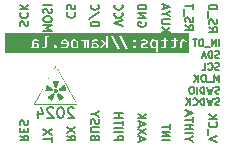
<source format=gbr>
%TF.GenerationSoftware,KiCad,Pcbnew,8.0.0-rc2-74-g5f063dd458*%
%TF.CreationDate,2024-01-29T02:33:14+02:00*%
%TF.ProjectId,SamoMCU,53616d6f-4d43-4552-9e6b-696361645f70,rev?*%
%TF.SameCoordinates,Original*%
%TF.FileFunction,Legend,Bot*%
%TF.FilePolarity,Positive*%
%FSLAX46Y46*%
G04 Gerber Fmt 4.6, Leading zero omitted, Abs format (unit mm)*
G04 Created by KiCad (PCBNEW 8.0.0-rc2-74-g5f063dd458) date 2024-01-29 02:33:14*
%MOMM*%
%LPD*%
G01*
G04 APERTURE LIST*
%ADD10C,0.000000*%
%ADD11C,0.150000*%
%ADD12C,0.250000*%
G04 APERTURE END LIST*
D10*
G36*
X165112619Y-48272827D02*
G01*
X165179117Y-48276300D01*
X165207784Y-48278904D01*
X165232302Y-48282088D01*
X165251848Y-48285850D01*
X165265602Y-48290191D01*
X165267793Y-48291451D01*
X165269736Y-48293247D01*
X165271431Y-48295577D01*
X165272878Y-48298438D01*
X165274077Y-48301829D01*
X165275028Y-48305748D01*
X165275731Y-48310192D01*
X165276185Y-48315161D01*
X165276392Y-48320651D01*
X165276351Y-48326661D01*
X165275524Y-48340234D01*
X165273705Y-48355864D01*
X165270894Y-48373534D01*
X165267090Y-48393231D01*
X165262295Y-48414937D01*
X165256507Y-48438639D01*
X165249727Y-48464319D01*
X165241955Y-48491964D01*
X165233191Y-48521556D01*
X165223434Y-48553081D01*
X165212685Y-48586524D01*
X165185132Y-48672589D01*
X165162249Y-48739266D01*
X165152056Y-48766095D01*
X165142426Y-48788992D01*
X165133158Y-48808261D01*
X165124050Y-48824208D01*
X165114901Y-48837136D01*
X165105509Y-48847352D01*
X165095672Y-48855159D01*
X165085189Y-48860864D01*
X165073859Y-48864770D01*
X165061480Y-48867182D01*
X165047851Y-48868406D01*
X165032769Y-48868746D01*
X165018268Y-48868407D01*
X165011515Y-48867926D01*
X165005063Y-48867189D01*
X164998888Y-48866157D01*
X164992965Y-48864793D01*
X164987271Y-48863059D01*
X164981781Y-48860919D01*
X164976473Y-48858334D01*
X164971321Y-48855267D01*
X164966303Y-48851681D01*
X164961393Y-48847538D01*
X164956569Y-48842801D01*
X164951806Y-48837432D01*
X164947081Y-48831394D01*
X164942369Y-48824649D01*
X164937647Y-48817160D01*
X164932891Y-48808889D01*
X164928077Y-48799800D01*
X164923180Y-48789853D01*
X164918178Y-48779013D01*
X164913046Y-48767242D01*
X164907760Y-48754501D01*
X164902296Y-48740754D01*
X164890740Y-48710091D01*
X164878187Y-48674953D01*
X164864446Y-48635039D01*
X164849324Y-48590052D01*
X164823493Y-48509884D01*
X164804070Y-48445468D01*
X164796696Y-48418611D01*
X164790847Y-48395025D01*
X164786497Y-48374488D01*
X164783620Y-48356777D01*
X164782189Y-48341671D01*
X164782179Y-48328948D01*
X164783565Y-48318384D01*
X164786320Y-48309759D01*
X164790419Y-48302849D01*
X164795836Y-48297432D01*
X164802544Y-48293287D01*
X164810519Y-48290191D01*
X164824893Y-48285850D01*
X164844977Y-48282088D01*
X164869949Y-48278904D01*
X164898989Y-48276300D01*
X164965982Y-48272827D01*
X165039383Y-48271670D01*
X165112619Y-48272827D01*
G37*
G36*
X162840000Y-45960000D02*
G01*
X160760000Y-45960000D01*
X160760000Y-44270000D01*
X162840000Y-44270000D01*
X162840000Y-45960000D01*
G37*
G36*
X164324985Y-48625565D02*
G01*
X164326888Y-48626265D01*
X164332436Y-48629009D01*
X164340196Y-48633468D01*
X164350034Y-48639551D01*
X164375403Y-48656211D01*
X164407470Y-48678246D01*
X164445160Y-48704911D01*
X164487397Y-48735462D01*
X164533106Y-48769155D01*
X164581213Y-48805246D01*
X164647738Y-48857108D01*
X164675572Y-48879575D01*
X164700000Y-48900000D01*
X164721183Y-48918585D01*
X164739281Y-48935533D01*
X164754454Y-48951043D01*
X164766862Y-48965319D01*
X164776666Y-48978561D01*
X164784026Y-48990971D01*
X164789101Y-49002751D01*
X164790833Y-49008467D01*
X164792053Y-49014101D01*
X164792782Y-49019679D01*
X164793041Y-49025225D01*
X164792225Y-49036322D01*
X164789766Y-49047595D01*
X164785824Y-49059246D01*
X164783792Y-49065356D01*
X164781634Y-49071126D01*
X164779310Y-49076569D01*
X164776778Y-49081694D01*
X164773994Y-49086515D01*
X164770918Y-49091043D01*
X164767508Y-49095288D01*
X164763721Y-49099264D01*
X164759515Y-49102982D01*
X164754849Y-49106452D01*
X164749680Y-49109688D01*
X164743967Y-49112700D01*
X164737667Y-49115500D01*
X164730738Y-49118100D01*
X164723139Y-49120512D01*
X164714828Y-49122746D01*
X164705762Y-49124815D01*
X164695900Y-49126730D01*
X164685199Y-49128504D01*
X164673618Y-49130146D01*
X164661114Y-49131670D01*
X164647646Y-49133087D01*
X164633172Y-49134408D01*
X164617649Y-49135645D01*
X164583290Y-49137913D01*
X164544234Y-49139985D01*
X164500144Y-49141954D01*
X164450686Y-49143913D01*
X164140241Y-49154496D01*
X164164936Y-49013385D01*
X164169819Y-48984532D01*
X164176387Y-48953881D01*
X164184423Y-48921949D01*
X164193709Y-48889251D01*
X164204029Y-48856306D01*
X164215165Y-48823629D01*
X164226901Y-48791738D01*
X164239019Y-48761149D01*
X164251302Y-48732379D01*
X164263534Y-48705945D01*
X164275497Y-48682363D01*
X164286975Y-48662151D01*
X164297749Y-48645824D01*
X164307604Y-48633901D01*
X164312119Y-48629752D01*
X164316322Y-48626897D01*
X164320187Y-48625401D01*
X164323686Y-48625329D01*
X164324985Y-48625565D01*
G37*
G36*
X166860158Y-50283385D02*
G01*
X166858439Y-50285028D01*
X166852034Y-50286648D01*
X166825597Y-50289814D01*
X166721251Y-50295787D01*
X166554068Y-50301182D01*
X166330991Y-50305875D01*
X165744939Y-50312654D01*
X165018658Y-50315135D01*
X163708529Y-50310725D01*
X163309615Y-50306205D01*
X163163046Y-50301024D01*
X163182540Y-50265746D01*
X163233602Y-50265746D01*
X163270079Y-50268378D01*
X163374603Y-50270927D01*
X163758359Y-50275447D01*
X164326001Y-50278645D01*
X165018658Y-50279857D01*
X165711590Y-50277377D01*
X166275870Y-50270597D01*
X166654279Y-50260509D01*
X166755902Y-50254536D01*
X166789602Y-50248107D01*
X166494867Y-49705546D01*
X165886932Y-48619597D01*
X165284950Y-47556799D01*
X165008074Y-47083691D01*
X164986356Y-47118638D01*
X164931566Y-47213777D01*
X164737317Y-47558177D01*
X164112019Y-48678246D01*
X163491571Y-49794788D01*
X163233602Y-50265746D01*
X163182540Y-50265746D01*
X164080710Y-48640323D01*
X165011602Y-46974329D01*
X165031639Y-47005445D01*
X165086568Y-47099565D01*
X165285887Y-47449697D01*
X165579133Y-47970486D01*
X165935880Y-48607690D01*
X166840699Y-50248107D01*
X166860158Y-50283385D01*
G37*
G36*
X164838484Y-49331571D02*
G01*
X164848291Y-49334551D01*
X164857705Y-49339060D01*
X164866963Y-49344996D01*
X164874001Y-49350224D01*
X164880563Y-49355359D01*
X164886646Y-49360453D01*
X164892250Y-49365556D01*
X164897374Y-49370722D01*
X164902015Y-49376002D01*
X164906174Y-49381447D01*
X164909848Y-49387109D01*
X164913036Y-49393040D01*
X164915737Y-49399291D01*
X164917950Y-49405914D01*
X164919673Y-49412961D01*
X164920906Y-49420483D01*
X164921646Y-49428533D01*
X164921892Y-49437161D01*
X164921644Y-49446420D01*
X164920900Y-49456361D01*
X164919658Y-49467035D01*
X164917917Y-49478495D01*
X164915677Y-49490793D01*
X164912935Y-49503979D01*
X164909691Y-49518105D01*
X164905943Y-49533224D01*
X164901690Y-49549387D01*
X164896930Y-49566645D01*
X164891663Y-49585050D01*
X164879600Y-49625509D01*
X164865490Y-49671178D01*
X164849324Y-49722468D01*
X164828943Y-49782406D01*
X164819295Y-49808796D01*
X164809968Y-49832877D01*
X164800929Y-49854704D01*
X164792150Y-49874335D01*
X164783597Y-49891827D01*
X164775241Y-49907236D01*
X164767050Y-49920619D01*
X164758994Y-49932034D01*
X164751041Y-49941536D01*
X164743160Y-49949183D01*
X164735321Y-49955032D01*
X164727492Y-49959140D01*
X164719642Y-49961562D01*
X164711741Y-49962357D01*
X164704831Y-49961768D01*
X164696728Y-49960044D01*
X164677297Y-49953441D01*
X164654155Y-49943056D01*
X164628011Y-49929395D01*
X164599573Y-49912963D01*
X164569548Y-49894268D01*
X164538645Y-49873817D01*
X164507571Y-49852114D01*
X164477034Y-49829668D01*
X164447743Y-49806983D01*
X164420406Y-49784568D01*
X164395729Y-49762928D01*
X164374422Y-49742569D01*
X164357192Y-49723998D01*
X164344748Y-49707721D01*
X164340541Y-49700602D01*
X164337797Y-49694246D01*
X164337453Y-49692037D01*
X164337736Y-49689388D01*
X164338632Y-49686313D01*
X164340125Y-49682829D01*
X164342203Y-49678949D01*
X164344850Y-49674689D01*
X164351797Y-49665087D01*
X164360853Y-49654141D01*
X164371903Y-49641970D01*
X164384834Y-49628694D01*
X164399533Y-49614430D01*
X164415885Y-49599298D01*
X164433777Y-49583417D01*
X164453095Y-49566906D01*
X164473726Y-49549883D01*
X164495556Y-49532467D01*
X164518471Y-49514777D01*
X164542358Y-49496933D01*
X164567102Y-49479052D01*
X164636707Y-49429305D01*
X164666522Y-49408637D01*
X164693330Y-49390637D01*
X164717369Y-49375199D01*
X164738875Y-49362222D01*
X164758086Y-49351600D01*
X164775241Y-49343232D01*
X164790577Y-49337014D01*
X164804331Y-49332842D01*
X164816742Y-49330613D01*
X164828048Y-49330224D01*
X164838484Y-49331571D01*
G37*
G36*
X165083212Y-48983491D02*
G01*
X165093410Y-48984859D01*
X165103324Y-48986651D01*
X165112908Y-48988871D01*
X165122114Y-48991527D01*
X165130896Y-48994622D01*
X165139208Y-48998164D01*
X165147004Y-49002159D01*
X165154236Y-49006611D01*
X165160858Y-49011527D01*
X165166824Y-49016913D01*
X165177001Y-49028126D01*
X165185732Y-49039891D01*
X165193058Y-49052140D01*
X165199022Y-49064806D01*
X165203666Y-49077821D01*
X165207031Y-49091118D01*
X165209160Y-49104627D01*
X165210095Y-49118281D01*
X165209877Y-49132013D01*
X165208549Y-49145755D01*
X165206152Y-49159439D01*
X165202729Y-49172996D01*
X165198322Y-49186360D01*
X165192972Y-49199462D01*
X165186721Y-49212235D01*
X165179613Y-49224611D01*
X165171687Y-49236521D01*
X165162987Y-49247899D01*
X165153555Y-49258676D01*
X165143432Y-49268784D01*
X165132661Y-49278156D01*
X165121283Y-49286723D01*
X165109340Y-49294419D01*
X165096875Y-49301175D01*
X165083929Y-49306923D01*
X165070545Y-49311595D01*
X165056764Y-49315124D01*
X165042629Y-49317442D01*
X165028180Y-49318481D01*
X165013462Y-49318173D01*
X164998514Y-49316451D01*
X164983380Y-49313246D01*
X164973925Y-49310575D01*
X164964751Y-49307213D01*
X164955871Y-49303193D01*
X164947296Y-49298549D01*
X164939039Y-49293313D01*
X164931112Y-49287519D01*
X164923527Y-49281198D01*
X164916297Y-49274385D01*
X164909434Y-49267112D01*
X164902950Y-49259412D01*
X164896857Y-49251318D01*
X164891169Y-49242863D01*
X164885896Y-49234079D01*
X164881051Y-49225001D01*
X164876647Y-49215660D01*
X164872696Y-49206090D01*
X164869210Y-49196323D01*
X164866201Y-49186393D01*
X164863682Y-49176333D01*
X164861665Y-49166175D01*
X164860162Y-49155952D01*
X164859185Y-49145698D01*
X164858747Y-49135445D01*
X164858860Y-49125227D01*
X164859537Y-49115075D01*
X164860789Y-49105024D01*
X164862629Y-49095105D01*
X164865068Y-49085353D01*
X164868121Y-49075800D01*
X164871798Y-49066478D01*
X164876111Y-49057422D01*
X164881074Y-49048663D01*
X164885759Y-49042194D01*
X164891182Y-49036020D01*
X164897298Y-49030147D01*
X164904060Y-49024582D01*
X164911421Y-49019328D01*
X164919336Y-49014394D01*
X164927756Y-49009783D01*
X164936637Y-49005503D01*
X164945931Y-49001558D01*
X164955592Y-48997955D01*
X164975828Y-48991798D01*
X164996974Y-48987077D01*
X165018658Y-48983840D01*
X165040507Y-48982132D01*
X165062149Y-48982000D01*
X165083212Y-48983491D01*
G37*
G36*
X165246362Y-49329486D02*
G01*
X165252490Y-49330177D01*
X165258876Y-49331314D01*
X165265547Y-49332911D01*
X165272528Y-49334977D01*
X165279844Y-49337525D01*
X165287522Y-49340567D01*
X165295588Y-49344114D01*
X165304068Y-49348178D01*
X165312986Y-49352770D01*
X165322370Y-49357902D01*
X165332244Y-49363586D01*
X165353569Y-49376655D01*
X165377168Y-49392070D01*
X165403248Y-49409924D01*
X165432014Y-49430311D01*
X165463675Y-49453322D01*
X165498436Y-49479052D01*
X165544993Y-49514803D01*
X165585472Y-49546948D01*
X165619917Y-49575930D01*
X165634888Y-49589373D01*
X165648366Y-49602193D01*
X165660356Y-49614445D01*
X165670863Y-49626183D01*
X165679891Y-49637464D01*
X165687447Y-49648344D01*
X165693536Y-49658877D01*
X165698162Y-49669119D01*
X165701330Y-49679127D01*
X165703047Y-49688955D01*
X165703316Y-49698658D01*
X165702144Y-49708294D01*
X165699535Y-49717916D01*
X165695495Y-49727581D01*
X165690028Y-49737344D01*
X165683141Y-49747261D01*
X165674837Y-49757387D01*
X165665123Y-49767778D01*
X165654003Y-49778490D01*
X165641483Y-49789577D01*
X165612261Y-49813102D01*
X165577500Y-49838797D01*
X165537241Y-49867107D01*
X165500886Y-49891722D01*
X165468318Y-49912548D01*
X165439193Y-49929437D01*
X165425812Y-49936358D01*
X165413163Y-49942238D01*
X165401200Y-49947059D01*
X165389881Y-49950802D01*
X165379164Y-49953448D01*
X165369003Y-49954978D01*
X165359357Y-49955374D01*
X165350182Y-49954617D01*
X165341434Y-49952688D01*
X165333071Y-49949569D01*
X165325049Y-49945241D01*
X165317324Y-49939684D01*
X165309854Y-49932881D01*
X165302596Y-49924813D01*
X165295505Y-49915460D01*
X165288539Y-49904804D01*
X165281654Y-49892827D01*
X165274807Y-49879510D01*
X165267956Y-49864833D01*
X165261055Y-49848778D01*
X165246937Y-49812461D01*
X165232105Y-49770408D01*
X165216213Y-49722468D01*
X165184925Y-49624056D01*
X165172565Y-49582810D01*
X165162360Y-49546355D01*
X165154283Y-49514303D01*
X165148310Y-49486266D01*
X165144415Y-49461856D01*
X165142571Y-49440687D01*
X165142753Y-49422370D01*
X165144934Y-49406519D01*
X165149090Y-49392744D01*
X165155194Y-49380660D01*
X165163220Y-49369877D01*
X165173143Y-49360010D01*
X165184936Y-49350669D01*
X165198574Y-49341468D01*
X165203540Y-49338659D01*
X165208531Y-49336192D01*
X165213573Y-49334079D01*
X165218694Y-49332332D01*
X165223917Y-49330962D01*
X165229270Y-49329981D01*
X165234778Y-49329400D01*
X165240467Y-49329231D01*
X165246362Y-49329486D01*
G37*
G36*
X165749641Y-48621966D02*
G01*
X165750514Y-48622452D01*
X165751523Y-48623252D01*
X165752663Y-48624358D01*
X165755318Y-48627452D01*
X165758444Y-48631668D01*
X165762003Y-48636939D01*
X165765961Y-48643196D01*
X165770280Y-48650373D01*
X165774925Y-48658402D01*
X165779859Y-48667217D01*
X165785047Y-48676751D01*
X165796037Y-48697704D01*
X165807605Y-48720724D01*
X165819463Y-48745274D01*
X165831631Y-48772711D01*
X165844048Y-48804033D01*
X165856298Y-48838167D01*
X165867970Y-48874038D01*
X165878650Y-48910570D01*
X165887924Y-48946688D01*
X165891905Y-48964256D01*
X165895379Y-48981318D01*
X165898296Y-48997739D01*
X165900602Y-49013385D01*
X165925297Y-49154496D01*
X165614852Y-49143913D01*
X165521304Y-49139985D01*
X165447889Y-49135645D01*
X165417892Y-49133087D01*
X165391920Y-49130146D01*
X165369638Y-49126730D01*
X165350710Y-49122746D01*
X165334799Y-49118100D01*
X165321571Y-49112700D01*
X165310689Y-49106452D01*
X165301817Y-49099264D01*
X165294619Y-49091043D01*
X165288760Y-49081694D01*
X165283903Y-49071126D01*
X165279713Y-49059246D01*
X165277567Y-49053361D01*
X165275774Y-49047595D01*
X165274355Y-49041924D01*
X165273333Y-49036322D01*
X165272729Y-49030764D01*
X165272566Y-49025225D01*
X165272866Y-49019679D01*
X165273650Y-49014101D01*
X165274940Y-49008467D01*
X165276759Y-49002751D01*
X165279128Y-48996927D01*
X165282070Y-48990971D01*
X165285605Y-48984857D01*
X165289757Y-48978561D01*
X165294548Y-48972057D01*
X165299998Y-48965319D01*
X165306130Y-48958323D01*
X165312967Y-48951043D01*
X165320530Y-48943455D01*
X165328840Y-48935533D01*
X165337921Y-48927251D01*
X165347793Y-48918585D01*
X165370002Y-48900000D01*
X165395642Y-48879575D01*
X165424890Y-48857108D01*
X165457919Y-48832399D01*
X165494908Y-48805246D01*
X165590158Y-48733423D01*
X165669533Y-48675159D01*
X165700787Y-48652869D01*
X165725095Y-48636078D01*
X165741466Y-48625488D01*
X165746365Y-48622738D01*
X165748908Y-48621802D01*
X165749641Y-48621966D01*
G37*
D11*
X166542857Y-50594271D02*
X166500000Y-50551414D01*
X166500000Y-50551414D02*
X166414286Y-50508557D01*
X166414286Y-50508557D02*
X166200000Y-50508557D01*
X166200000Y-50508557D02*
X166114286Y-50551414D01*
X166114286Y-50551414D02*
X166071428Y-50594271D01*
X166071428Y-50594271D02*
X166028571Y-50679985D01*
X166028571Y-50679985D02*
X166028571Y-50765700D01*
X166028571Y-50765700D02*
X166071428Y-50894271D01*
X166071428Y-50894271D02*
X166585714Y-51408557D01*
X166585714Y-51408557D02*
X166028571Y-51408557D01*
X165471428Y-50508557D02*
X165385714Y-50508557D01*
X165385714Y-50508557D02*
X165300000Y-50551414D01*
X165300000Y-50551414D02*
X165257143Y-50594271D01*
X165257143Y-50594271D02*
X165214285Y-50679985D01*
X165214285Y-50679985D02*
X165171428Y-50851414D01*
X165171428Y-50851414D02*
X165171428Y-51065700D01*
X165171428Y-51065700D02*
X165214285Y-51237128D01*
X165214285Y-51237128D02*
X165257143Y-51322842D01*
X165257143Y-51322842D02*
X165300000Y-51365700D01*
X165300000Y-51365700D02*
X165385714Y-51408557D01*
X165385714Y-51408557D02*
X165471428Y-51408557D01*
X165471428Y-51408557D02*
X165557143Y-51365700D01*
X165557143Y-51365700D02*
X165600000Y-51322842D01*
X165600000Y-51322842D02*
X165642857Y-51237128D01*
X165642857Y-51237128D02*
X165685714Y-51065700D01*
X165685714Y-51065700D02*
X165685714Y-50851414D01*
X165685714Y-50851414D02*
X165642857Y-50679985D01*
X165642857Y-50679985D02*
X165600000Y-50594271D01*
X165600000Y-50594271D02*
X165557143Y-50551414D01*
X165557143Y-50551414D02*
X165471428Y-50508557D01*
X164828571Y-50594271D02*
X164785714Y-50551414D01*
X164785714Y-50551414D02*
X164700000Y-50508557D01*
X164700000Y-50508557D02*
X164485714Y-50508557D01*
X164485714Y-50508557D02*
X164400000Y-50551414D01*
X164400000Y-50551414D02*
X164357142Y-50594271D01*
X164357142Y-50594271D02*
X164314285Y-50679985D01*
X164314285Y-50679985D02*
X164314285Y-50765700D01*
X164314285Y-50765700D02*
X164357142Y-50894271D01*
X164357142Y-50894271D02*
X164871428Y-51408557D01*
X164871428Y-51408557D02*
X164314285Y-51408557D01*
X163542857Y-50808557D02*
X163542857Y-51408557D01*
X163757142Y-50465700D02*
X163971428Y-51108557D01*
X163971428Y-51108557D02*
X163414285Y-51108557D01*
D12*
G36*
X166676343Y-44900158D02*
G01*
X166719330Y-44923789D01*
X166756210Y-44958105D01*
X166787229Y-44998039D01*
X166787229Y-45343886D01*
X166754110Y-45382878D01*
X166723970Y-45405191D01*
X166676902Y-45422934D01*
X166640928Y-45426441D01*
X166590996Y-45418908D01*
X166546729Y-45393509D01*
X166520516Y-45362693D01*
X166498749Y-45315481D01*
X166487140Y-45267098D01*
X166481214Y-45217024D01*
X166479239Y-45159727D01*
X166480553Y-45109360D01*
X166485094Y-45059968D01*
X166494826Y-45009827D01*
X166495847Y-45006099D01*
X166514731Y-44957663D01*
X166544696Y-44919637D01*
X166589385Y-44896796D01*
X166627006Y-44892281D01*
X166676343Y-44900158D01*
G37*
G36*
X173390090Y-44900158D02*
G01*
X173433077Y-44923789D01*
X173469958Y-44958105D01*
X173500976Y-44998039D01*
X173500976Y-45343886D01*
X173467858Y-45382878D01*
X173437718Y-45405191D01*
X173390650Y-45422934D01*
X173354675Y-45426441D01*
X173304743Y-45418908D01*
X173260476Y-45393509D01*
X173234263Y-45362693D01*
X173212496Y-45315481D01*
X173200887Y-45267098D01*
X173194961Y-45217024D01*
X173192986Y-45159727D01*
X173194300Y-45109360D01*
X173198841Y-45059968D01*
X173208573Y-45009827D01*
X173209595Y-45006099D01*
X173228478Y-44957663D01*
X173258443Y-44919637D01*
X173303132Y-44896796D01*
X173340753Y-44892281D01*
X173390090Y-44900158D01*
G37*
G36*
X163314432Y-45176687D02*
G01*
X163362822Y-45184791D01*
X163408427Y-45202619D01*
X163421318Y-45211263D01*
X163453709Y-45248649D01*
X163467961Y-45296694D01*
X163468702Y-45312379D01*
X163461725Y-45361323D01*
X163436950Y-45402260D01*
X163391569Y-45427342D01*
X163342916Y-45433279D01*
X163292933Y-45426179D01*
X163249860Y-45408122D01*
X163208644Y-45377897D01*
X163176343Y-45337536D01*
X163176343Y-45174382D01*
X163263049Y-45174382D01*
X163314432Y-45176687D01*
G37*
G36*
X165849707Y-44894781D02*
G01*
X165894048Y-44916935D01*
X165919678Y-44939909D01*
X165947857Y-44982966D01*
X165965259Y-45034181D01*
X165973548Y-45083430D01*
X165975366Y-45103796D01*
X165632937Y-45103796D01*
X165636555Y-45054672D01*
X165646647Y-45006634D01*
X165667639Y-44958311D01*
X165677634Y-44943572D01*
X165714408Y-44909340D01*
X165761348Y-44890908D01*
X165798290Y-44887397D01*
X165849707Y-44894781D01*
G37*
G36*
X168349742Y-45176687D02*
G01*
X168398132Y-45184791D01*
X168443738Y-45202619D01*
X168456629Y-45211263D01*
X168489020Y-45248649D01*
X168503272Y-45296694D01*
X168504012Y-45312379D01*
X168497035Y-45361323D01*
X168472260Y-45402260D01*
X168426880Y-45427342D01*
X168378227Y-45433279D01*
X168328243Y-45426179D01*
X168285170Y-45408122D01*
X168243954Y-45377897D01*
X168211653Y-45337536D01*
X168211653Y-45174382D01*
X168298360Y-45174382D01*
X168349742Y-45176687D01*
G37*
G36*
X176300436Y-45956639D02*
G01*
X162841294Y-45956639D01*
X162841294Y-45441828D01*
X162966294Y-45441828D01*
X163001221Y-45548318D01*
X163049131Y-45538554D01*
X163095254Y-45518276D01*
X163133267Y-45483620D01*
X163154605Y-45445980D01*
X163191135Y-45483304D01*
X163234840Y-45512323D01*
X163257431Y-45522916D01*
X163305345Y-45538693D01*
X163355663Y-45547188D01*
X163390544Y-45548806D01*
X163443575Y-45544853D01*
X163496301Y-45530953D01*
X163541686Y-45507045D01*
X163541989Y-45506796D01*
X163832623Y-45506796D01*
X163879755Y-45526145D01*
X163913712Y-45536106D01*
X163965003Y-45545631D01*
X164015493Y-45548757D01*
X164023133Y-45548806D01*
X164075737Y-45544898D01*
X164127544Y-45531160D01*
X164171547Y-45507529D01*
X164196545Y-45486280D01*
X164226416Y-45447301D01*
X164241293Y-45413007D01*
X164834996Y-45413007D01*
X164843423Y-45461283D01*
X164852826Y-45481395D01*
X164885269Y-45519297D01*
X164901674Y-45530488D01*
X164949824Y-45547357D01*
X164970795Y-45548806D01*
X165019501Y-45540148D01*
X165039427Y-45530488D01*
X165076978Y-45497819D01*
X165088032Y-45481395D01*
X165104451Y-45433426D01*
X165105861Y-45413007D01*
X165097434Y-45364637D01*
X165088032Y-45344863D01*
X165055714Y-45307411D01*
X165039427Y-45296259D01*
X164991530Y-45279390D01*
X164970795Y-45277941D01*
X164921648Y-45286599D01*
X164901674Y-45296259D01*
X164863898Y-45328675D01*
X164852826Y-45344863D01*
X164836406Y-45392410D01*
X164834996Y-45413007D01*
X164241293Y-45413007D01*
X164246511Y-45400980D01*
X164256830Y-45347318D01*
X164258339Y-45314333D01*
X164258339Y-45140921D01*
X165481018Y-45140921D01*
X165482240Y-45178290D01*
X165484682Y-45210774D01*
X165974633Y-45210774D01*
X165968620Y-45259538D01*
X165954666Y-45308685D01*
X165942393Y-45334361D01*
X165912991Y-45373659D01*
X165873347Y-45403274D01*
X165870586Y-45404703D01*
X165823935Y-45421556D01*
X165772889Y-45427173D01*
X165723651Y-45423470D01*
X165675154Y-45411357D01*
X165672260Y-45410321D01*
X165625854Y-45389987D01*
X165581905Y-45364603D01*
X165578960Y-45362693D01*
X165511060Y-45456482D01*
X165552517Y-45485620D01*
X165598850Y-45510017D01*
X165632449Y-45523649D01*
X165681153Y-45537972D01*
X165732223Y-45546349D01*
X165780704Y-45548806D01*
X165835903Y-45545753D01*
X165886706Y-45536594D01*
X165933112Y-45521329D01*
X165975122Y-45499958D01*
X166016758Y-45469310D01*
X166052367Y-45432595D01*
X166081948Y-45389814D01*
X166095778Y-45363426D01*
X166113836Y-45317997D01*
X166126735Y-45269148D01*
X166134475Y-45216880D01*
X166137055Y-45161193D01*
X166136952Y-45158995D01*
X166314619Y-45158995D01*
X166314646Y-45159727D01*
X166316634Y-45213781D01*
X166322679Y-45265546D01*
X166332754Y-45314287D01*
X166346859Y-45360006D01*
X166367467Y-45406608D01*
X166396166Y-45451364D01*
X166430970Y-45488726D01*
X166442602Y-45498492D01*
X166485121Y-45525025D01*
X166533602Y-45541731D01*
X166582333Y-45548364D01*
X166599651Y-45548806D01*
X166648364Y-45544891D01*
X166698769Y-45530828D01*
X166743557Y-45506537D01*
X166782728Y-45472019D01*
X166787229Y-45466985D01*
X166787229Y-45814298D01*
X166944033Y-45831639D01*
X166944033Y-45530000D01*
X167125994Y-45530000D01*
X167265212Y-45530000D01*
X167265212Y-45002191D01*
X167267227Y-44952304D01*
X167273272Y-44918904D01*
X167315038Y-44893747D01*
X167363651Y-44907387D01*
X167368771Y-44910355D01*
X167406731Y-44943939D01*
X167424214Y-44966531D01*
X167424214Y-45530000D01*
X167550732Y-45530000D01*
X167550732Y-45002191D01*
X167552747Y-44952304D01*
X167558792Y-44918904D01*
X167600558Y-44893747D01*
X167648055Y-44906463D01*
X167654780Y-44910355D01*
X167692299Y-44943939D01*
X167709734Y-44966531D01*
X167709734Y-45530000D01*
X167849685Y-45530000D01*
X167849685Y-45441828D01*
X168001605Y-45441828D01*
X168036531Y-45548318D01*
X168084441Y-45538554D01*
X168130565Y-45518276D01*
X168168578Y-45483620D01*
X168189916Y-45445980D01*
X168226446Y-45483304D01*
X168270150Y-45512323D01*
X168292742Y-45522916D01*
X168340656Y-45538693D01*
X168390973Y-45547188D01*
X168425854Y-45548806D01*
X168478886Y-45544853D01*
X168531612Y-45530953D01*
X168533421Y-45530000D01*
X168779274Y-45530000D01*
X168971004Y-45530000D01*
X169288764Y-45125289D01*
X168993475Y-44790921D01*
X168810537Y-44790921D01*
X169109490Y-45121137D01*
X168779274Y-45530000D01*
X168533421Y-45530000D01*
X168576997Y-45507045D01*
X168603175Y-45485547D01*
X168634817Y-45446815D01*
X168656103Y-45401784D01*
X168667034Y-45350455D01*
X168668632Y-45319218D01*
X168662953Y-45264202D01*
X168645917Y-45215903D01*
X168617524Y-45174321D01*
X168577773Y-45139455D01*
X168534164Y-45114902D01*
X168483052Y-45096379D01*
X168433269Y-45085302D01*
X168377974Y-45078656D01*
X168327684Y-45076502D01*
X168317166Y-45076441D01*
X168211653Y-45076441D01*
X168211653Y-45028080D01*
X168218748Y-44976704D01*
X168244565Y-44933753D01*
X168254640Y-44925254D01*
X168299032Y-44903716D01*
X168347873Y-44894855D01*
X168376029Y-44893747D01*
X168427530Y-44897468D01*
X168464200Y-44903272D01*
X168513817Y-44914228D01*
X168562063Y-44928520D01*
X168572644Y-44932093D01*
X168611235Y-44821695D01*
X168563893Y-44805512D01*
X168513037Y-44791545D01*
X168475436Y-44783593D01*
X168426984Y-44776003D01*
X168377595Y-44771733D01*
X168352337Y-44771137D01*
X168299303Y-44773455D01*
X168244137Y-44782021D01*
X168196194Y-44796897D01*
X168150245Y-44821627D01*
X168130809Y-44837083D01*
X168095389Y-44878039D01*
X168071561Y-44926993D01*
X168060112Y-44977224D01*
X168057536Y-45019043D01*
X168057536Y-45174382D01*
X168057536Y-45348771D01*
X168051302Y-45397247D01*
X168044347Y-45412030D01*
X168003421Y-45441207D01*
X168001605Y-45441828D01*
X167849685Y-45441828D01*
X167849685Y-44790921D01*
X167731472Y-44790921D01*
X167720969Y-44870544D01*
X167688058Y-44830671D01*
X167652337Y-44798981D01*
X167608549Y-44777255D01*
X167562700Y-44771137D01*
X167513241Y-44779342D01*
X167486496Y-44792142D01*
X167452059Y-44828193D01*
X167435938Y-44865659D01*
X167403087Y-44827618D01*
X167366085Y-44797515D01*
X167320375Y-44776933D01*
X167273517Y-44771137D01*
X167224344Y-44778293D01*
X167198046Y-44789455D01*
X167161638Y-44822829D01*
X167145289Y-44853203D01*
X167131440Y-44903789D01*
X167126465Y-44955772D01*
X167125994Y-44980453D01*
X167125994Y-45530000D01*
X166944033Y-45530000D01*
X166944033Y-44790921D01*
X166807501Y-44790921D01*
X166797732Y-44885931D01*
X166764301Y-44846936D01*
X166723743Y-44813839D01*
X166700034Y-44799958D01*
X166653942Y-44781297D01*
X166602410Y-44771841D01*
X166583531Y-44771137D01*
X166531530Y-44774943D01*
X166481002Y-44788100D01*
X166434237Y-44813426D01*
X166426727Y-44819253D01*
X166390068Y-44856811D01*
X166363354Y-44899019D01*
X166342937Y-44948908D01*
X166341242Y-44954319D01*
X166328372Y-45005762D01*
X166320469Y-45055511D01*
X166315893Y-45109046D01*
X166314619Y-45158995D01*
X166136952Y-45158995D01*
X166134521Y-45106986D01*
X166126919Y-45055741D01*
X166114248Y-45007457D01*
X166096510Y-44962135D01*
X166070823Y-44915554D01*
X166039649Y-44874731D01*
X166002989Y-44839665D01*
X165980251Y-44822672D01*
X165935342Y-44797760D01*
X165885797Y-44781001D01*
X165831616Y-44772395D01*
X165799511Y-44771137D01*
X165746190Y-44774692D01*
X165697235Y-44785356D01*
X165647962Y-44805545D01*
X165629762Y-44816078D01*
X165588489Y-44847686D01*
X165553513Y-44886641D01*
X165527418Y-44927981D01*
X165519853Y-44943084D01*
X165501080Y-44992011D01*
X165489551Y-45039913D01*
X165482877Y-45091967D01*
X165482428Y-45103796D01*
X165481018Y-45140921D01*
X164258339Y-45140921D01*
X164258339Y-44609448D01*
X164481577Y-44609448D01*
X164481577Y-44493921D01*
X164101535Y-44493921D01*
X164101535Y-45328499D01*
X164091720Y-45376576D01*
X164070516Y-45401039D01*
X164024186Y-45419300D01*
X163989427Y-45422288D01*
X163939691Y-45417612D01*
X163928855Y-45415205D01*
X163881263Y-45400818D01*
X163872679Y-45397620D01*
X163832623Y-45506796D01*
X163541989Y-45506796D01*
X163567864Y-45485547D01*
X163599506Y-45446815D01*
X163620792Y-45401784D01*
X163631723Y-45350455D01*
X163633321Y-45319218D01*
X163627643Y-45264202D01*
X163610607Y-45215903D01*
X163582213Y-45174321D01*
X163542463Y-45139455D01*
X163498854Y-45114902D01*
X163447741Y-45096379D01*
X163397959Y-45085302D01*
X163342664Y-45078656D01*
X163292373Y-45076502D01*
X163281856Y-45076441D01*
X163176343Y-45076441D01*
X163176343Y-45028080D01*
X163183437Y-44976704D01*
X163209255Y-44933753D01*
X163219330Y-44925254D01*
X163263722Y-44903716D01*
X163312563Y-44894855D01*
X163340718Y-44893747D01*
X163392219Y-44897468D01*
X163428890Y-44903272D01*
X163478507Y-44914228D01*
X163526752Y-44928520D01*
X163537334Y-44932093D01*
X163575924Y-44821695D01*
X163528582Y-44805512D01*
X163477726Y-44791545D01*
X163440125Y-44783593D01*
X163391673Y-44776003D01*
X163342285Y-44771733D01*
X163317027Y-44771137D01*
X163263993Y-44773455D01*
X163208826Y-44782021D01*
X163160883Y-44796897D01*
X163114935Y-44821627D01*
X163095498Y-44837083D01*
X163060078Y-44878039D01*
X163036250Y-44926993D01*
X163024802Y-44977224D01*
X163022226Y-45019043D01*
X163022226Y-45174382D01*
X163022226Y-45348771D01*
X163015992Y-45397247D01*
X163009036Y-45412030D01*
X162968110Y-45441207D01*
X162966294Y-45441828D01*
X162841294Y-45441828D01*
X162841294Y-44476580D01*
X169300000Y-44476580D01*
X169300000Y-45530000D01*
X169456803Y-45530000D01*
X169456803Y-44493921D01*
X169300000Y-44476580D01*
X162841294Y-44476580D01*
X162841294Y-44451179D01*
X169716434Y-44451179D01*
X170310188Y-45678988D01*
X170434752Y-45623056D01*
X169867782Y-44451179D01*
X170416434Y-44451179D01*
X171010188Y-45678988D01*
X171134752Y-45623056D01*
X171037618Y-45422288D01*
X171558513Y-45422288D01*
X171567550Y-45470954D01*
X171594661Y-45511926D01*
X171635205Y-45539586D01*
X171684542Y-45548806D01*
X171733574Y-45539586D01*
X171774180Y-45511926D01*
X171801474Y-45470954D01*
X171810572Y-45422288D01*
X171800301Y-45371928D01*
X171774180Y-45334361D01*
X171751950Y-45319218D01*
X172223586Y-45319218D01*
X172229012Y-45370692D01*
X172247308Y-45419012D01*
X172269504Y-45449888D01*
X172307846Y-45484246D01*
X172350175Y-45509163D01*
X172389916Y-45524870D01*
X172437524Y-45537493D01*
X172487231Y-45545440D01*
X172539037Y-45548713D01*
X172549651Y-45548806D01*
X172599430Y-45546959D01*
X172651236Y-45540465D01*
X172703586Y-45527767D01*
X172727704Y-45519253D01*
X172776287Y-45496978D01*
X172819271Y-45471124D01*
X172853489Y-45444515D01*
X172770202Y-45349504D01*
X172729777Y-45377587D01*
X172684583Y-45400715D01*
X172670795Y-45406413D01*
X172623819Y-45420645D01*
X172573779Y-45427622D01*
X172549651Y-45428394D01*
X172498772Y-45424719D01*
X172450179Y-45411142D01*
X172432903Y-45402260D01*
X172397749Y-45366325D01*
X172389427Y-45329720D01*
X172400590Y-45281120D01*
X172402128Y-45278429D01*
X172439138Y-45245921D01*
X172452442Y-45239106D01*
X172500069Y-45220849D01*
X172548613Y-45206595D01*
X172567236Y-45201737D01*
X172615168Y-45187831D01*
X172662653Y-45170818D01*
X172689906Y-45158995D01*
X173028367Y-45158995D01*
X173028394Y-45159727D01*
X173030382Y-45213781D01*
X173036427Y-45265546D01*
X173046502Y-45314287D01*
X173060607Y-45360006D01*
X173081215Y-45406608D01*
X173109913Y-45451364D01*
X173144718Y-45488726D01*
X173156350Y-45498492D01*
X173198868Y-45525025D01*
X173247349Y-45541731D01*
X173296081Y-45548364D01*
X173313398Y-45548806D01*
X173362111Y-45544891D01*
X173412517Y-45530828D01*
X173457305Y-45506537D01*
X173496475Y-45472019D01*
X173500976Y-45466985D01*
X173500976Y-45814298D01*
X173657780Y-45831639D01*
X173657780Y-45490921D01*
X173879553Y-45490921D01*
X173924188Y-45514307D01*
X173973465Y-45531684D01*
X173977006Y-45532686D01*
X174027522Y-45543706D01*
X174079908Y-45548554D01*
X174095219Y-45548806D01*
X174148576Y-45545616D01*
X174202313Y-45534155D01*
X174248326Y-45514360D01*
X174279255Y-45490921D01*
X174718771Y-45490921D01*
X174763407Y-45514307D01*
X174812683Y-45531684D01*
X174816224Y-45532686D01*
X174866740Y-45543706D01*
X174919127Y-45548554D01*
X174934438Y-45548806D01*
X174987794Y-45545616D01*
X175041531Y-45534155D01*
X175051189Y-45530000D01*
X175583147Y-45530000D01*
X175739951Y-45530000D01*
X175739951Y-45015380D01*
X175744813Y-44964403D01*
X175765352Y-44919881D01*
X175808820Y-44894903D01*
X175846441Y-44890816D01*
X175895134Y-44899017D01*
X175913363Y-44906692D01*
X175954828Y-44932803D01*
X175972226Y-44947725D01*
X176005704Y-44983932D01*
X176018632Y-45001458D01*
X176018632Y-45530000D01*
X176175436Y-45530000D01*
X176175436Y-44495387D01*
X176018632Y-44478534D01*
X176018632Y-44881046D01*
X175982797Y-44843975D01*
X175942703Y-44814460D01*
X175913607Y-44798981D01*
X175864067Y-44780953D01*
X175813478Y-44772116D01*
X175789776Y-44771137D01*
X175740958Y-44774755D01*
X175689295Y-44789452D01*
X175644477Y-44818678D01*
X175634438Y-44829023D01*
X175605236Y-44874163D01*
X175589207Y-44924767D01*
X175583347Y-44978101D01*
X175583147Y-44990956D01*
X175583147Y-45530000D01*
X175051189Y-45530000D01*
X175087544Y-45514360D01*
X175130076Y-45482128D01*
X175162427Y-45441142D01*
X175184189Y-45393471D01*
X175194646Y-45345485D01*
X175196999Y-45306029D01*
X175196999Y-44904982D01*
X175361374Y-44904982D01*
X175361374Y-44790921D01*
X175196999Y-44790921D01*
X175196999Y-44625568D01*
X175040195Y-44606762D01*
X175040195Y-44790921D01*
X174790823Y-44790921D01*
X174808408Y-44904982D01*
X175040195Y-44904982D01*
X175040195Y-45304563D01*
X175033648Y-45353726D01*
X175010397Y-45393224D01*
X174964819Y-45416725D01*
X174912700Y-45422288D01*
X174862221Y-45418081D01*
X174837962Y-45412519D01*
X174791737Y-45395348D01*
X174775436Y-45387117D01*
X174718771Y-45490921D01*
X174279255Y-45490921D01*
X174290858Y-45482128D01*
X174323208Y-45441142D01*
X174344971Y-45393471D01*
X174355428Y-45345485D01*
X174357780Y-45306029D01*
X174357780Y-44904982D01*
X174522156Y-44904982D01*
X174522156Y-44790921D01*
X174357780Y-44790921D01*
X174357780Y-44625568D01*
X174200976Y-44606762D01*
X174200976Y-44790921D01*
X173951605Y-44790921D01*
X173969190Y-44904982D01*
X174200976Y-44904982D01*
X174200976Y-45304563D01*
X174194429Y-45353726D01*
X174171179Y-45393224D01*
X174125601Y-45416725D01*
X174073482Y-45422288D01*
X174023002Y-45418081D01*
X173998743Y-45412519D01*
X173952519Y-45395348D01*
X173936217Y-45387117D01*
X173879553Y-45490921D01*
X173657780Y-45490921D01*
X173657780Y-44790921D01*
X173521249Y-44790921D01*
X173511479Y-44885931D01*
X173478048Y-44846936D01*
X173437491Y-44813839D01*
X173413782Y-44799958D01*
X173367689Y-44781297D01*
X173316158Y-44771841D01*
X173297278Y-44771137D01*
X173245277Y-44774943D01*
X173194749Y-44788100D01*
X173147984Y-44813426D01*
X173140474Y-44819253D01*
X173103816Y-44856811D01*
X173077102Y-44899019D01*
X173056684Y-44948908D01*
X173054989Y-44954319D01*
X173042120Y-45005762D01*
X173034216Y-45055511D01*
X173029640Y-45109046D01*
X173028367Y-45158995D01*
X172689906Y-45158995D01*
X172694975Y-45156796D01*
X172738292Y-45131198D01*
X172774120Y-45097234D01*
X172779972Y-45089630D01*
X172801535Y-45045727D01*
X172809749Y-44995357D01*
X172810013Y-44983384D01*
X172804128Y-44934250D01*
X172784627Y-44887286D01*
X172774354Y-44872009D01*
X172740261Y-44836779D01*
X172695930Y-44808481D01*
X172672016Y-44797759D01*
X172623236Y-44782602D01*
X172574082Y-44774283D01*
X172520349Y-44771163D01*
X172514724Y-44771137D01*
X172464254Y-44773088D01*
X172412571Y-44779834D01*
X172361066Y-44792818D01*
X172352302Y-44795806D01*
X172303164Y-44815807D01*
X172259795Y-44839174D01*
X172234089Y-44856622D01*
X172299790Y-44955296D01*
X172342319Y-44930760D01*
X172388390Y-44910731D01*
X172394801Y-44908401D01*
X172442205Y-44895879D01*
X172494658Y-44890369D01*
X172510572Y-44890083D01*
X172560718Y-44893243D01*
X172609200Y-44907287D01*
X172618039Y-44912554D01*
X172647953Y-44952425D01*
X172650523Y-44972149D01*
X172634159Y-45018066D01*
X172591368Y-45046221D01*
X172577006Y-45052260D01*
X172528035Y-45069235D01*
X172480247Y-45083730D01*
X172462212Y-45088897D01*
X172414870Y-45103306D01*
X172368227Y-45120869D01*
X172336671Y-45135303D01*
X172294282Y-45161750D01*
X172259138Y-45197556D01*
X172253384Y-45205645D01*
X172231996Y-45252374D01*
X172224052Y-45302163D01*
X172223586Y-45319218D01*
X171751950Y-45319218D01*
X171733574Y-45306700D01*
X171684542Y-45297480D01*
X171635205Y-45306700D01*
X171594661Y-45334361D01*
X171566456Y-45377423D01*
X171558513Y-45422288D01*
X171037618Y-45422288D01*
X170797146Y-44925254D01*
X171558513Y-44925254D01*
X171567550Y-44973492D01*
X171594661Y-45014647D01*
X171635205Y-45042674D01*
X171684542Y-45052016D01*
X171733574Y-45042674D01*
X171774180Y-45014647D01*
X171801474Y-44973492D01*
X171810572Y-44925254D01*
X171801229Y-44876894D01*
X171793963Y-44862240D01*
X171760475Y-44824661D01*
X171748534Y-44816810D01*
X171701731Y-44801011D01*
X171684542Y-44799958D01*
X171635205Y-44809178D01*
X171594661Y-44836838D01*
X171566456Y-44880038D01*
X171558513Y-44925254D01*
X170797146Y-44925254D01*
X170539776Y-44393293D01*
X170416434Y-44451179D01*
X169867782Y-44451179D01*
X169839776Y-44393293D01*
X169716434Y-44451179D01*
X162841294Y-44451179D01*
X162841294Y-44268293D01*
X176300436Y-44268293D01*
X176300436Y-45956639D01*
G37*
D11*
X178887030Y-49341200D02*
X178801316Y-49369771D01*
X178801316Y-49369771D02*
X178658458Y-49369771D01*
X178658458Y-49369771D02*
X178601316Y-49341200D01*
X178601316Y-49341200D02*
X178572744Y-49312628D01*
X178572744Y-49312628D02*
X178544173Y-49255485D01*
X178544173Y-49255485D02*
X178544173Y-49198342D01*
X178544173Y-49198342D02*
X178572744Y-49141200D01*
X178572744Y-49141200D02*
X178601316Y-49112628D01*
X178601316Y-49112628D02*
X178658458Y-49084057D01*
X178658458Y-49084057D02*
X178772744Y-49055485D01*
X178772744Y-49055485D02*
X178829887Y-49026914D01*
X178829887Y-49026914D02*
X178858458Y-48998342D01*
X178858458Y-48998342D02*
X178887030Y-48941200D01*
X178887030Y-48941200D02*
X178887030Y-48884057D01*
X178887030Y-48884057D02*
X178858458Y-48826914D01*
X178858458Y-48826914D02*
X178829887Y-48798342D01*
X178829887Y-48798342D02*
X178772744Y-48769771D01*
X178772744Y-48769771D02*
X178629887Y-48769771D01*
X178629887Y-48769771D02*
X178544173Y-48798342D01*
X178344172Y-48769771D02*
X178201315Y-49369771D01*
X178201315Y-49369771D02*
X178087029Y-48941200D01*
X178087029Y-48941200D02*
X177972744Y-49369771D01*
X177972744Y-49369771D02*
X177829887Y-48769771D01*
X177601315Y-49369771D02*
X177601315Y-48769771D01*
X177601315Y-48769771D02*
X177458458Y-48769771D01*
X177458458Y-48769771D02*
X177372744Y-48798342D01*
X177372744Y-48798342D02*
X177315601Y-48855485D01*
X177315601Y-48855485D02*
X177287030Y-48912628D01*
X177287030Y-48912628D02*
X177258458Y-49026914D01*
X177258458Y-49026914D02*
X177258458Y-49112628D01*
X177258458Y-49112628D02*
X177287030Y-49226914D01*
X177287030Y-49226914D02*
X177315601Y-49284057D01*
X177315601Y-49284057D02*
X177372744Y-49341200D01*
X177372744Y-49341200D02*
X177458458Y-49369771D01*
X177458458Y-49369771D02*
X177601315Y-49369771D01*
X177001315Y-49369771D02*
X177001315Y-48769771D01*
X176601316Y-48769771D02*
X176487030Y-48769771D01*
X176487030Y-48769771D02*
X176429887Y-48798342D01*
X176429887Y-48798342D02*
X176372744Y-48855485D01*
X176372744Y-48855485D02*
X176344173Y-48969771D01*
X176344173Y-48969771D02*
X176344173Y-49169771D01*
X176344173Y-49169771D02*
X176372744Y-49284057D01*
X176372744Y-49284057D02*
X176429887Y-49341200D01*
X176429887Y-49341200D02*
X176487030Y-49369771D01*
X176487030Y-49369771D02*
X176601316Y-49369771D01*
X176601316Y-49369771D02*
X176658459Y-49341200D01*
X176658459Y-49341200D02*
X176715601Y-49284057D01*
X176715601Y-49284057D02*
X176744173Y-49169771D01*
X176744173Y-49169771D02*
X176744173Y-48969771D01*
X176744173Y-48969771D02*
X176715601Y-48855485D01*
X176715601Y-48855485D02*
X176658459Y-48798342D01*
X176658459Y-48798342D02*
X176601316Y-48769771D01*
X172183966Y-53367982D02*
X172183966Y-53034649D01*
X171983966Y-53434649D02*
X172683966Y-53201316D01*
X172683966Y-53201316D02*
X171983966Y-52967982D01*
X172683966Y-52801316D02*
X171983966Y-52334649D01*
X172683966Y-52334649D02*
X171983966Y-52801316D01*
X172183966Y-52101315D02*
X172183966Y-51767982D01*
X171983966Y-52167982D02*
X172683966Y-51934649D01*
X172683966Y-51934649D02*
X171983966Y-51701315D01*
X171983966Y-51467982D02*
X172683966Y-51467982D01*
X171983966Y-51067982D02*
X172383966Y-51367982D01*
X172683966Y-51067982D02*
X172283966Y-51467982D01*
X173983966Y-44165350D02*
X174683966Y-44165350D01*
X173983966Y-43765350D02*
X174383966Y-44065350D01*
X174683966Y-43765350D02*
X174283966Y-44165350D01*
X174683966Y-43465350D02*
X174117300Y-43465350D01*
X174117300Y-43465350D02*
X174050633Y-43432017D01*
X174050633Y-43432017D02*
X174017300Y-43398683D01*
X174017300Y-43398683D02*
X173983966Y-43332017D01*
X173983966Y-43332017D02*
X173983966Y-43198683D01*
X173983966Y-43198683D02*
X174017300Y-43132017D01*
X174017300Y-43132017D02*
X174050633Y-43098683D01*
X174050633Y-43098683D02*
X174117300Y-43065350D01*
X174117300Y-43065350D02*
X174683966Y-43065350D01*
X174317300Y-42598684D02*
X173983966Y-42598684D01*
X174683966Y-42832017D02*
X174317300Y-42598684D01*
X174317300Y-42598684D02*
X174683966Y-42365350D01*
X174183966Y-42165350D02*
X174183966Y-41832017D01*
X173983966Y-42232017D02*
X174683966Y-41998684D01*
X174683966Y-41998684D02*
X173983966Y-41765350D01*
X168350633Y-53101316D02*
X168317300Y-53001316D01*
X168317300Y-53001316D02*
X168283966Y-52967982D01*
X168283966Y-52967982D02*
X168217300Y-52934649D01*
X168217300Y-52934649D02*
X168117300Y-52934649D01*
X168117300Y-52934649D02*
X168050633Y-52967982D01*
X168050633Y-52967982D02*
X168017300Y-53001316D01*
X168017300Y-53001316D02*
X167983966Y-53067982D01*
X167983966Y-53067982D02*
X167983966Y-53334649D01*
X167983966Y-53334649D02*
X168683966Y-53334649D01*
X168683966Y-53334649D02*
X168683966Y-53101316D01*
X168683966Y-53101316D02*
X168650633Y-53034649D01*
X168650633Y-53034649D02*
X168617300Y-53001316D01*
X168617300Y-53001316D02*
X168550633Y-52967982D01*
X168550633Y-52967982D02*
X168483966Y-52967982D01*
X168483966Y-52967982D02*
X168417300Y-53001316D01*
X168417300Y-53001316D02*
X168383966Y-53034649D01*
X168383966Y-53034649D02*
X168350633Y-53101316D01*
X168350633Y-53101316D02*
X168350633Y-53334649D01*
X168683966Y-52634649D02*
X168117300Y-52634649D01*
X168117300Y-52634649D02*
X168050633Y-52601316D01*
X168050633Y-52601316D02*
X168017300Y-52567982D01*
X168017300Y-52567982D02*
X167983966Y-52501316D01*
X167983966Y-52501316D02*
X167983966Y-52367982D01*
X167983966Y-52367982D02*
X168017300Y-52301316D01*
X168017300Y-52301316D02*
X168050633Y-52267982D01*
X168050633Y-52267982D02*
X168117300Y-52234649D01*
X168117300Y-52234649D02*
X168683966Y-52234649D01*
X168017300Y-51934649D02*
X167983966Y-51834649D01*
X167983966Y-51834649D02*
X167983966Y-51667983D01*
X167983966Y-51667983D02*
X168017300Y-51601316D01*
X168017300Y-51601316D02*
X168050633Y-51567983D01*
X168050633Y-51567983D02*
X168117300Y-51534649D01*
X168117300Y-51534649D02*
X168183966Y-51534649D01*
X168183966Y-51534649D02*
X168250633Y-51567983D01*
X168250633Y-51567983D02*
X168283966Y-51601316D01*
X168283966Y-51601316D02*
X168317300Y-51667983D01*
X168317300Y-51667983D02*
X168350633Y-51801316D01*
X168350633Y-51801316D02*
X168383966Y-51867983D01*
X168383966Y-51867983D02*
X168417300Y-51901316D01*
X168417300Y-51901316D02*
X168483966Y-51934649D01*
X168483966Y-51934649D02*
X168550633Y-51934649D01*
X168550633Y-51934649D02*
X168617300Y-51901316D01*
X168617300Y-51901316D02*
X168650633Y-51867983D01*
X168650633Y-51867983D02*
X168683966Y-51801316D01*
X168683966Y-51801316D02*
X168683966Y-51634649D01*
X168683966Y-51634649D02*
X168650633Y-51534649D01*
X168317300Y-51101316D02*
X167983966Y-51101316D01*
X168683966Y-51334649D02*
X168317300Y-51101316D01*
X168317300Y-51101316D02*
X168683966Y-50867982D01*
X178683966Y-53434649D02*
X177983966Y-53201316D01*
X177983966Y-53201316D02*
X178683966Y-52967982D01*
X177917300Y-52901316D02*
X177917300Y-52367982D01*
X178050633Y-51801316D02*
X178017300Y-51834649D01*
X178017300Y-51834649D02*
X177983966Y-51934649D01*
X177983966Y-51934649D02*
X177983966Y-52001316D01*
X177983966Y-52001316D02*
X178017300Y-52101316D01*
X178017300Y-52101316D02*
X178083966Y-52167983D01*
X178083966Y-52167983D02*
X178150633Y-52201316D01*
X178150633Y-52201316D02*
X178283966Y-52234649D01*
X178283966Y-52234649D02*
X178383966Y-52234649D01*
X178383966Y-52234649D02*
X178517300Y-52201316D01*
X178517300Y-52201316D02*
X178583966Y-52167983D01*
X178583966Y-52167983D02*
X178650633Y-52101316D01*
X178650633Y-52101316D02*
X178683966Y-52001316D01*
X178683966Y-52001316D02*
X178683966Y-51934649D01*
X178683966Y-51934649D02*
X178650633Y-51834649D01*
X178650633Y-51834649D02*
X178617300Y-51801316D01*
X177983966Y-51501316D02*
X178683966Y-51501316D01*
X177983966Y-51101316D02*
X178383966Y-51401316D01*
X178683966Y-51101316D02*
X178283966Y-51501316D01*
X170683966Y-43632017D02*
X169983966Y-43398684D01*
X169983966Y-43398684D02*
X170683966Y-43165350D01*
X170050633Y-42532017D02*
X170017300Y-42565350D01*
X170017300Y-42565350D02*
X169983966Y-42665350D01*
X169983966Y-42665350D02*
X169983966Y-42732017D01*
X169983966Y-42732017D02*
X170017300Y-42832017D01*
X170017300Y-42832017D02*
X170083966Y-42898684D01*
X170083966Y-42898684D02*
X170150633Y-42932017D01*
X170150633Y-42932017D02*
X170283966Y-42965350D01*
X170283966Y-42965350D02*
X170383966Y-42965350D01*
X170383966Y-42965350D02*
X170517300Y-42932017D01*
X170517300Y-42932017D02*
X170583966Y-42898684D01*
X170583966Y-42898684D02*
X170650633Y-42832017D01*
X170650633Y-42832017D02*
X170683966Y-42732017D01*
X170683966Y-42732017D02*
X170683966Y-42665350D01*
X170683966Y-42665350D02*
X170650633Y-42565350D01*
X170650633Y-42565350D02*
X170617300Y-42532017D01*
X170050633Y-41832017D02*
X170017300Y-41865350D01*
X170017300Y-41865350D02*
X169983966Y-41965350D01*
X169983966Y-41965350D02*
X169983966Y-42032017D01*
X169983966Y-42032017D02*
X170017300Y-42132017D01*
X170017300Y-42132017D02*
X170083966Y-42198684D01*
X170083966Y-42198684D02*
X170150633Y-42232017D01*
X170150633Y-42232017D02*
X170283966Y-42265350D01*
X170283966Y-42265350D02*
X170383966Y-42265350D01*
X170383966Y-42265350D02*
X170517300Y-42232017D01*
X170517300Y-42232017D02*
X170583966Y-42198684D01*
X170583966Y-42198684D02*
X170650633Y-42132017D01*
X170650633Y-42132017D02*
X170683966Y-42032017D01*
X170683966Y-42032017D02*
X170683966Y-41965350D01*
X170683966Y-41965350D02*
X170650633Y-41865350D01*
X170650633Y-41865350D02*
X170617300Y-41832017D01*
X178887030Y-50341200D02*
X178801316Y-50369771D01*
X178801316Y-50369771D02*
X178658458Y-50369771D01*
X178658458Y-50369771D02*
X178601316Y-50341200D01*
X178601316Y-50341200D02*
X178572744Y-50312628D01*
X178572744Y-50312628D02*
X178544173Y-50255485D01*
X178544173Y-50255485D02*
X178544173Y-50198342D01*
X178544173Y-50198342D02*
X178572744Y-50141200D01*
X178572744Y-50141200D02*
X178601316Y-50112628D01*
X178601316Y-50112628D02*
X178658458Y-50084057D01*
X178658458Y-50084057D02*
X178772744Y-50055485D01*
X178772744Y-50055485D02*
X178829887Y-50026914D01*
X178829887Y-50026914D02*
X178858458Y-49998342D01*
X178858458Y-49998342D02*
X178887030Y-49941200D01*
X178887030Y-49941200D02*
X178887030Y-49884057D01*
X178887030Y-49884057D02*
X178858458Y-49826914D01*
X178858458Y-49826914D02*
X178829887Y-49798342D01*
X178829887Y-49798342D02*
X178772744Y-49769771D01*
X178772744Y-49769771D02*
X178629887Y-49769771D01*
X178629887Y-49769771D02*
X178544173Y-49798342D01*
X178344172Y-49769771D02*
X178201315Y-50369771D01*
X178201315Y-50369771D02*
X178087029Y-49941200D01*
X178087029Y-49941200D02*
X177972744Y-50369771D01*
X177972744Y-50369771D02*
X177829887Y-49769771D01*
X177601315Y-50369771D02*
X177601315Y-49769771D01*
X177601315Y-49769771D02*
X177458458Y-49769771D01*
X177458458Y-49769771D02*
X177372744Y-49798342D01*
X177372744Y-49798342D02*
X177315601Y-49855485D01*
X177315601Y-49855485D02*
X177287030Y-49912628D01*
X177287030Y-49912628D02*
X177258458Y-50026914D01*
X177258458Y-50026914D02*
X177258458Y-50112628D01*
X177258458Y-50112628D02*
X177287030Y-50226914D01*
X177287030Y-50226914D02*
X177315601Y-50284057D01*
X177315601Y-50284057D02*
X177372744Y-50341200D01*
X177372744Y-50341200D02*
X177458458Y-50369771D01*
X177458458Y-50369771D02*
X177601315Y-50369771D01*
X176658458Y-50312628D02*
X176687030Y-50341200D01*
X176687030Y-50341200D02*
X176772744Y-50369771D01*
X176772744Y-50369771D02*
X176829887Y-50369771D01*
X176829887Y-50369771D02*
X176915601Y-50341200D01*
X176915601Y-50341200D02*
X176972744Y-50284057D01*
X176972744Y-50284057D02*
X177001315Y-50226914D01*
X177001315Y-50226914D02*
X177029887Y-50112628D01*
X177029887Y-50112628D02*
X177029887Y-50026914D01*
X177029887Y-50026914D02*
X177001315Y-49912628D01*
X177001315Y-49912628D02*
X176972744Y-49855485D01*
X176972744Y-49855485D02*
X176915601Y-49798342D01*
X176915601Y-49798342D02*
X176829887Y-49769771D01*
X176829887Y-49769771D02*
X176772744Y-49769771D01*
X176772744Y-49769771D02*
X176687030Y-49798342D01*
X176687030Y-49798342D02*
X176658458Y-49826914D01*
X176401315Y-50369771D02*
X176401315Y-49769771D01*
X176058458Y-50369771D02*
X176315601Y-50026914D01*
X176058458Y-49769771D02*
X176401315Y-50112628D01*
X165983966Y-52934649D02*
X166317300Y-53167982D01*
X165983966Y-53334649D02*
X166683966Y-53334649D01*
X166683966Y-53334649D02*
X166683966Y-53067982D01*
X166683966Y-53067982D02*
X166650633Y-53001316D01*
X166650633Y-53001316D02*
X166617300Y-52967982D01*
X166617300Y-52967982D02*
X166550633Y-52934649D01*
X166550633Y-52934649D02*
X166450633Y-52934649D01*
X166450633Y-52934649D02*
X166383966Y-52967982D01*
X166383966Y-52967982D02*
X166350633Y-53001316D01*
X166350633Y-53001316D02*
X166317300Y-53067982D01*
X166317300Y-53067982D02*
X166317300Y-53334649D01*
X166683966Y-52701316D02*
X165983966Y-52234649D01*
X166683966Y-52234649D02*
X165983966Y-52701316D01*
X178887030Y-46341200D02*
X178801316Y-46369771D01*
X178801316Y-46369771D02*
X178658458Y-46369771D01*
X178658458Y-46369771D02*
X178601316Y-46341200D01*
X178601316Y-46341200D02*
X178572744Y-46312628D01*
X178572744Y-46312628D02*
X178544173Y-46255485D01*
X178544173Y-46255485D02*
X178544173Y-46198342D01*
X178544173Y-46198342D02*
X178572744Y-46141200D01*
X178572744Y-46141200D02*
X178601316Y-46112628D01*
X178601316Y-46112628D02*
X178658458Y-46084057D01*
X178658458Y-46084057D02*
X178772744Y-46055485D01*
X178772744Y-46055485D02*
X178829887Y-46026914D01*
X178829887Y-46026914D02*
X178858458Y-45998342D01*
X178858458Y-45998342D02*
X178887030Y-45941200D01*
X178887030Y-45941200D02*
X178887030Y-45884057D01*
X178887030Y-45884057D02*
X178858458Y-45826914D01*
X178858458Y-45826914D02*
X178829887Y-45798342D01*
X178829887Y-45798342D02*
X178772744Y-45769771D01*
X178772744Y-45769771D02*
X178629887Y-45769771D01*
X178629887Y-45769771D02*
X178544173Y-45798342D01*
X178287029Y-46369771D02*
X178287029Y-45769771D01*
X178287029Y-45769771D02*
X178144172Y-45769771D01*
X178144172Y-45769771D02*
X178058458Y-45798342D01*
X178058458Y-45798342D02*
X178001315Y-45855485D01*
X178001315Y-45855485D02*
X177972744Y-45912628D01*
X177972744Y-45912628D02*
X177944172Y-46026914D01*
X177944172Y-46026914D02*
X177944172Y-46112628D01*
X177944172Y-46112628D02*
X177972744Y-46226914D01*
X177972744Y-46226914D02*
X178001315Y-46284057D01*
X178001315Y-46284057D02*
X178058458Y-46341200D01*
X178058458Y-46341200D02*
X178144172Y-46369771D01*
X178144172Y-46369771D02*
X178287029Y-46369771D01*
X177715601Y-46198342D02*
X177429887Y-46198342D01*
X177772744Y-46369771D02*
X177572744Y-45769771D01*
X177572744Y-45769771D02*
X177372744Y-46369771D01*
X167983966Y-43665350D02*
X168683966Y-43665350D01*
X168683966Y-43665350D02*
X168683966Y-43498683D01*
X168683966Y-43498683D02*
X168650633Y-43398683D01*
X168650633Y-43398683D02*
X168583966Y-43332017D01*
X168583966Y-43332017D02*
X168517300Y-43298683D01*
X168517300Y-43298683D02*
X168383966Y-43265350D01*
X168383966Y-43265350D02*
X168283966Y-43265350D01*
X168283966Y-43265350D02*
X168150633Y-43298683D01*
X168150633Y-43298683D02*
X168083966Y-43332017D01*
X168083966Y-43332017D02*
X168017300Y-43398683D01*
X168017300Y-43398683D02*
X167983966Y-43498683D01*
X167983966Y-43498683D02*
X167983966Y-43665350D01*
X168717300Y-42465350D02*
X167817300Y-43065350D01*
X168050633Y-41832017D02*
X168017300Y-41865350D01*
X168017300Y-41865350D02*
X167983966Y-41965350D01*
X167983966Y-41965350D02*
X167983966Y-42032017D01*
X167983966Y-42032017D02*
X168017300Y-42132017D01*
X168017300Y-42132017D02*
X168083966Y-42198684D01*
X168083966Y-42198684D02*
X168150633Y-42232017D01*
X168150633Y-42232017D02*
X168283966Y-42265350D01*
X168283966Y-42265350D02*
X168383966Y-42265350D01*
X168383966Y-42265350D02*
X168517300Y-42232017D01*
X168517300Y-42232017D02*
X168583966Y-42198684D01*
X168583966Y-42198684D02*
X168650633Y-42132017D01*
X168650633Y-42132017D02*
X168683966Y-42032017D01*
X168683966Y-42032017D02*
X168683966Y-41965350D01*
X168683966Y-41965350D02*
X168650633Y-41865350D01*
X168650633Y-41865350D02*
X168617300Y-41832017D01*
X177983966Y-43732017D02*
X178317300Y-43965350D01*
X177983966Y-44132017D02*
X178683966Y-44132017D01*
X178683966Y-44132017D02*
X178683966Y-43865350D01*
X178683966Y-43865350D02*
X178650633Y-43798684D01*
X178650633Y-43798684D02*
X178617300Y-43765350D01*
X178617300Y-43765350D02*
X178550633Y-43732017D01*
X178550633Y-43732017D02*
X178450633Y-43732017D01*
X178450633Y-43732017D02*
X178383966Y-43765350D01*
X178383966Y-43765350D02*
X178350633Y-43798684D01*
X178350633Y-43798684D02*
X178317300Y-43865350D01*
X178317300Y-43865350D02*
X178317300Y-44132017D01*
X178017300Y-43465350D02*
X177983966Y-43365350D01*
X177983966Y-43365350D02*
X177983966Y-43198684D01*
X177983966Y-43198684D02*
X178017300Y-43132017D01*
X178017300Y-43132017D02*
X178050633Y-43098684D01*
X178050633Y-43098684D02*
X178117300Y-43065350D01*
X178117300Y-43065350D02*
X178183966Y-43065350D01*
X178183966Y-43065350D02*
X178250633Y-43098684D01*
X178250633Y-43098684D02*
X178283966Y-43132017D01*
X178283966Y-43132017D02*
X178317300Y-43198684D01*
X178317300Y-43198684D02*
X178350633Y-43332017D01*
X178350633Y-43332017D02*
X178383966Y-43398684D01*
X178383966Y-43398684D02*
X178417300Y-43432017D01*
X178417300Y-43432017D02*
X178483966Y-43465350D01*
X178483966Y-43465350D02*
X178550633Y-43465350D01*
X178550633Y-43465350D02*
X178617300Y-43432017D01*
X178617300Y-43432017D02*
X178650633Y-43398684D01*
X178650633Y-43398684D02*
X178683966Y-43332017D01*
X178683966Y-43332017D02*
X178683966Y-43165350D01*
X178683966Y-43165350D02*
X178650633Y-43065350D01*
X177917300Y-42932017D02*
X177917300Y-42398683D01*
X177983966Y-42232017D02*
X178683966Y-42232017D01*
X178683966Y-42232017D02*
X178683966Y-42065350D01*
X178683966Y-42065350D02*
X178650633Y-41965350D01*
X178650633Y-41965350D02*
X178583966Y-41898684D01*
X178583966Y-41898684D02*
X178517300Y-41865350D01*
X178517300Y-41865350D02*
X178383966Y-41832017D01*
X178383966Y-41832017D02*
X178283966Y-41832017D01*
X178283966Y-41832017D02*
X178150633Y-41865350D01*
X178150633Y-41865350D02*
X178083966Y-41898684D01*
X178083966Y-41898684D02*
X178017300Y-41965350D01*
X178017300Y-41965350D02*
X177983966Y-42065350D01*
X177983966Y-42065350D02*
X177983966Y-42232017D01*
X162017300Y-43632017D02*
X161983966Y-43532017D01*
X161983966Y-43532017D02*
X161983966Y-43365351D01*
X161983966Y-43365351D02*
X162017300Y-43298684D01*
X162017300Y-43298684D02*
X162050633Y-43265351D01*
X162050633Y-43265351D02*
X162117300Y-43232017D01*
X162117300Y-43232017D02*
X162183966Y-43232017D01*
X162183966Y-43232017D02*
X162250633Y-43265351D01*
X162250633Y-43265351D02*
X162283966Y-43298684D01*
X162283966Y-43298684D02*
X162317300Y-43365351D01*
X162317300Y-43365351D02*
X162350633Y-43498684D01*
X162350633Y-43498684D02*
X162383966Y-43565351D01*
X162383966Y-43565351D02*
X162417300Y-43598684D01*
X162417300Y-43598684D02*
X162483966Y-43632017D01*
X162483966Y-43632017D02*
X162550633Y-43632017D01*
X162550633Y-43632017D02*
X162617300Y-43598684D01*
X162617300Y-43598684D02*
X162650633Y-43565351D01*
X162650633Y-43565351D02*
X162683966Y-43498684D01*
X162683966Y-43498684D02*
X162683966Y-43332017D01*
X162683966Y-43332017D02*
X162650633Y-43232017D01*
X162050633Y-42532017D02*
X162017300Y-42565350D01*
X162017300Y-42565350D02*
X161983966Y-42665350D01*
X161983966Y-42665350D02*
X161983966Y-42732017D01*
X161983966Y-42732017D02*
X162017300Y-42832017D01*
X162017300Y-42832017D02*
X162083966Y-42898684D01*
X162083966Y-42898684D02*
X162150633Y-42932017D01*
X162150633Y-42932017D02*
X162283966Y-42965350D01*
X162283966Y-42965350D02*
X162383966Y-42965350D01*
X162383966Y-42965350D02*
X162517300Y-42932017D01*
X162517300Y-42932017D02*
X162583966Y-42898684D01*
X162583966Y-42898684D02*
X162650633Y-42832017D01*
X162650633Y-42832017D02*
X162683966Y-42732017D01*
X162683966Y-42732017D02*
X162683966Y-42665350D01*
X162683966Y-42665350D02*
X162650633Y-42565350D01*
X162650633Y-42565350D02*
X162617300Y-42532017D01*
X161983966Y-42232017D02*
X162683966Y-42232017D01*
X161983966Y-41832017D02*
X162383966Y-42132017D01*
X162683966Y-41832017D02*
X162283966Y-42232017D01*
X173983966Y-53334649D02*
X174683966Y-53334649D01*
X173983966Y-53001316D02*
X174683966Y-53001316D01*
X174683966Y-53001316D02*
X173983966Y-52601316D01*
X173983966Y-52601316D02*
X174683966Y-52601316D01*
X174683966Y-52367983D02*
X174683966Y-51967983D01*
X173983966Y-52167983D02*
X174683966Y-52167983D01*
X163983966Y-44065350D02*
X164683966Y-44065350D01*
X164683966Y-44065350D02*
X164183966Y-43832017D01*
X164183966Y-43832017D02*
X164683966Y-43598683D01*
X164683966Y-43598683D02*
X163983966Y-43598683D01*
X164683966Y-43132017D02*
X164683966Y-42998683D01*
X164683966Y-42998683D02*
X164650633Y-42932017D01*
X164650633Y-42932017D02*
X164583966Y-42865350D01*
X164583966Y-42865350D02*
X164450633Y-42832017D01*
X164450633Y-42832017D02*
X164217300Y-42832017D01*
X164217300Y-42832017D02*
X164083966Y-42865350D01*
X164083966Y-42865350D02*
X164017300Y-42932017D01*
X164017300Y-42932017D02*
X163983966Y-42998683D01*
X163983966Y-42998683D02*
X163983966Y-43132017D01*
X163983966Y-43132017D02*
X164017300Y-43198683D01*
X164017300Y-43198683D02*
X164083966Y-43265350D01*
X164083966Y-43265350D02*
X164217300Y-43298683D01*
X164217300Y-43298683D02*
X164450633Y-43298683D01*
X164450633Y-43298683D02*
X164583966Y-43265350D01*
X164583966Y-43265350D02*
X164650633Y-43198683D01*
X164650633Y-43198683D02*
X164683966Y-43132017D01*
X164017300Y-42565350D02*
X163983966Y-42465350D01*
X163983966Y-42465350D02*
X163983966Y-42298684D01*
X163983966Y-42298684D02*
X164017300Y-42232017D01*
X164017300Y-42232017D02*
X164050633Y-42198684D01*
X164050633Y-42198684D02*
X164117300Y-42165350D01*
X164117300Y-42165350D02*
X164183966Y-42165350D01*
X164183966Y-42165350D02*
X164250633Y-42198684D01*
X164250633Y-42198684D02*
X164283966Y-42232017D01*
X164283966Y-42232017D02*
X164317300Y-42298684D01*
X164317300Y-42298684D02*
X164350633Y-42432017D01*
X164350633Y-42432017D02*
X164383966Y-42498684D01*
X164383966Y-42498684D02*
X164417300Y-42532017D01*
X164417300Y-42532017D02*
X164483966Y-42565350D01*
X164483966Y-42565350D02*
X164550633Y-42565350D01*
X164550633Y-42565350D02*
X164617300Y-42532017D01*
X164617300Y-42532017D02*
X164650633Y-42498684D01*
X164650633Y-42498684D02*
X164683966Y-42432017D01*
X164683966Y-42432017D02*
X164683966Y-42265350D01*
X164683966Y-42265350D02*
X164650633Y-42165350D01*
X163983966Y-41865350D02*
X164683966Y-41865350D01*
X164683966Y-53434649D02*
X164683966Y-53034649D01*
X163983966Y-53234649D02*
X164683966Y-53234649D01*
X164683966Y-52867983D02*
X163983966Y-52401316D01*
X164683966Y-52401316D02*
X163983966Y-52867983D01*
X169983966Y-53334649D02*
X170683966Y-53334649D01*
X170683966Y-53334649D02*
X170683966Y-53067982D01*
X170683966Y-53067982D02*
X170650633Y-53001316D01*
X170650633Y-53001316D02*
X170617300Y-52967982D01*
X170617300Y-52967982D02*
X170550633Y-52934649D01*
X170550633Y-52934649D02*
X170450633Y-52934649D01*
X170450633Y-52934649D02*
X170383966Y-52967982D01*
X170383966Y-52967982D02*
X170350633Y-53001316D01*
X170350633Y-53001316D02*
X170317300Y-53067982D01*
X170317300Y-53067982D02*
X170317300Y-53334649D01*
X169983966Y-52634649D02*
X170683966Y-52634649D01*
X169983966Y-52301316D02*
X170683966Y-52301316D01*
X170683966Y-52067983D02*
X170683966Y-51667983D01*
X169983966Y-51867983D02*
X170683966Y-51867983D01*
X169983966Y-51434650D02*
X170683966Y-51434650D01*
X170350633Y-51434650D02*
X170350633Y-51034650D01*
X169983966Y-51034650D02*
X170683966Y-51034650D01*
X161983966Y-52934649D02*
X162317300Y-53167982D01*
X161983966Y-53334649D02*
X162683966Y-53334649D01*
X162683966Y-53334649D02*
X162683966Y-53067982D01*
X162683966Y-53067982D02*
X162650633Y-53001316D01*
X162650633Y-53001316D02*
X162617300Y-52967982D01*
X162617300Y-52967982D02*
X162550633Y-52934649D01*
X162550633Y-52934649D02*
X162450633Y-52934649D01*
X162450633Y-52934649D02*
X162383966Y-52967982D01*
X162383966Y-52967982D02*
X162350633Y-53001316D01*
X162350633Y-53001316D02*
X162317300Y-53067982D01*
X162317300Y-53067982D02*
X162317300Y-53334649D01*
X162350633Y-52634649D02*
X162350633Y-52401316D01*
X161983966Y-52301316D02*
X161983966Y-52634649D01*
X161983966Y-52634649D02*
X162683966Y-52634649D01*
X162683966Y-52634649D02*
X162683966Y-52301316D01*
X162017300Y-52034649D02*
X161983966Y-51934649D01*
X161983966Y-51934649D02*
X161983966Y-51767983D01*
X161983966Y-51767983D02*
X162017300Y-51701316D01*
X162017300Y-51701316D02*
X162050633Y-51667983D01*
X162050633Y-51667983D02*
X162117300Y-51634649D01*
X162117300Y-51634649D02*
X162183966Y-51634649D01*
X162183966Y-51634649D02*
X162250633Y-51667983D01*
X162250633Y-51667983D02*
X162283966Y-51701316D01*
X162283966Y-51701316D02*
X162317300Y-51767983D01*
X162317300Y-51767983D02*
X162350633Y-51901316D01*
X162350633Y-51901316D02*
X162383966Y-51967983D01*
X162383966Y-51967983D02*
X162417300Y-52001316D01*
X162417300Y-52001316D02*
X162483966Y-52034649D01*
X162483966Y-52034649D02*
X162550633Y-52034649D01*
X162550633Y-52034649D02*
X162617300Y-52001316D01*
X162617300Y-52001316D02*
X162650633Y-51967983D01*
X162650633Y-51967983D02*
X162683966Y-51901316D01*
X162683966Y-51901316D02*
X162683966Y-51734649D01*
X162683966Y-51734649D02*
X162650633Y-51634649D01*
X176317300Y-53201316D02*
X175983966Y-53201316D01*
X176683966Y-53434649D02*
X176317300Y-53201316D01*
X176317300Y-53201316D02*
X176683966Y-52967982D01*
X175983966Y-52734649D02*
X176683966Y-52734649D01*
X175983966Y-52401316D02*
X176683966Y-52401316D01*
X176350633Y-52401316D02*
X176350633Y-52001316D01*
X175983966Y-52001316D02*
X176683966Y-52001316D01*
X176683966Y-51767983D02*
X176683966Y-51367983D01*
X175983966Y-51567983D02*
X176683966Y-51567983D01*
X176183966Y-51167983D02*
X176183966Y-50834650D01*
X175983966Y-51234650D02*
X176683966Y-51001317D01*
X176683966Y-51001317D02*
X175983966Y-50767983D01*
X175983966Y-43565350D02*
X176317300Y-43798683D01*
X175983966Y-43965350D02*
X176683966Y-43965350D01*
X176683966Y-43965350D02*
X176683966Y-43698683D01*
X176683966Y-43698683D02*
X176650633Y-43632017D01*
X176650633Y-43632017D02*
X176617300Y-43598683D01*
X176617300Y-43598683D02*
X176550633Y-43565350D01*
X176550633Y-43565350D02*
X176450633Y-43565350D01*
X176450633Y-43565350D02*
X176383966Y-43598683D01*
X176383966Y-43598683D02*
X176350633Y-43632017D01*
X176350633Y-43632017D02*
X176317300Y-43698683D01*
X176317300Y-43698683D02*
X176317300Y-43965350D01*
X176017300Y-43298683D02*
X175983966Y-43198683D01*
X175983966Y-43198683D02*
X175983966Y-43032017D01*
X175983966Y-43032017D02*
X176017300Y-42965350D01*
X176017300Y-42965350D02*
X176050633Y-42932017D01*
X176050633Y-42932017D02*
X176117300Y-42898683D01*
X176117300Y-42898683D02*
X176183966Y-42898683D01*
X176183966Y-42898683D02*
X176250633Y-42932017D01*
X176250633Y-42932017D02*
X176283966Y-42965350D01*
X176283966Y-42965350D02*
X176317300Y-43032017D01*
X176317300Y-43032017D02*
X176350633Y-43165350D01*
X176350633Y-43165350D02*
X176383966Y-43232017D01*
X176383966Y-43232017D02*
X176417300Y-43265350D01*
X176417300Y-43265350D02*
X176483966Y-43298683D01*
X176483966Y-43298683D02*
X176550633Y-43298683D01*
X176550633Y-43298683D02*
X176617300Y-43265350D01*
X176617300Y-43265350D02*
X176650633Y-43232017D01*
X176650633Y-43232017D02*
X176683966Y-43165350D01*
X176683966Y-43165350D02*
X176683966Y-42998683D01*
X176683966Y-42998683D02*
X176650633Y-42898683D01*
X175917300Y-42765350D02*
X175917300Y-42232016D01*
X176683966Y-42165350D02*
X176683966Y-41765350D01*
X175983966Y-41965350D02*
X176683966Y-41965350D01*
X172650633Y-43298683D02*
X172683966Y-43365350D01*
X172683966Y-43365350D02*
X172683966Y-43465350D01*
X172683966Y-43465350D02*
X172650633Y-43565350D01*
X172650633Y-43565350D02*
X172583966Y-43632017D01*
X172583966Y-43632017D02*
X172517300Y-43665350D01*
X172517300Y-43665350D02*
X172383966Y-43698683D01*
X172383966Y-43698683D02*
X172283966Y-43698683D01*
X172283966Y-43698683D02*
X172150633Y-43665350D01*
X172150633Y-43665350D02*
X172083966Y-43632017D01*
X172083966Y-43632017D02*
X172017300Y-43565350D01*
X172017300Y-43565350D02*
X171983966Y-43465350D01*
X171983966Y-43465350D02*
X171983966Y-43398683D01*
X171983966Y-43398683D02*
X172017300Y-43298683D01*
X172017300Y-43298683D02*
X172050633Y-43265350D01*
X172050633Y-43265350D02*
X172283966Y-43265350D01*
X172283966Y-43265350D02*
X172283966Y-43398683D01*
X171983966Y-42965350D02*
X172683966Y-42965350D01*
X172683966Y-42965350D02*
X171983966Y-42565350D01*
X171983966Y-42565350D02*
X172683966Y-42565350D01*
X171983966Y-42232017D02*
X172683966Y-42232017D01*
X172683966Y-42232017D02*
X172683966Y-42065350D01*
X172683966Y-42065350D02*
X172650633Y-41965350D01*
X172650633Y-41965350D02*
X172583966Y-41898684D01*
X172583966Y-41898684D02*
X172517300Y-41865350D01*
X172517300Y-41865350D02*
X172383966Y-41832017D01*
X172383966Y-41832017D02*
X172283966Y-41832017D01*
X172283966Y-41832017D02*
X172150633Y-41865350D01*
X172150633Y-41865350D02*
X172083966Y-41898684D01*
X172083966Y-41898684D02*
X172017300Y-41965350D01*
X172017300Y-41965350D02*
X171983966Y-42065350D01*
X171983966Y-42065350D02*
X171983966Y-42232017D01*
X178858458Y-48369771D02*
X178858458Y-47769771D01*
X178858458Y-47769771D02*
X178658458Y-48198342D01*
X178658458Y-48198342D02*
X178458458Y-47769771D01*
X178458458Y-47769771D02*
X178458458Y-48369771D01*
X178315602Y-48426914D02*
X177858459Y-48426914D01*
X177601316Y-47769771D02*
X177487030Y-47769771D01*
X177487030Y-47769771D02*
X177429887Y-47798342D01*
X177429887Y-47798342D02*
X177372744Y-47855485D01*
X177372744Y-47855485D02*
X177344173Y-47969771D01*
X177344173Y-47969771D02*
X177344173Y-48169771D01*
X177344173Y-48169771D02*
X177372744Y-48284057D01*
X177372744Y-48284057D02*
X177429887Y-48341200D01*
X177429887Y-48341200D02*
X177487030Y-48369771D01*
X177487030Y-48369771D02*
X177601316Y-48369771D01*
X177601316Y-48369771D02*
X177658459Y-48341200D01*
X177658459Y-48341200D02*
X177715601Y-48284057D01*
X177715601Y-48284057D02*
X177744173Y-48169771D01*
X177744173Y-48169771D02*
X177744173Y-47969771D01*
X177744173Y-47969771D02*
X177715601Y-47855485D01*
X177715601Y-47855485D02*
X177658459Y-47798342D01*
X177658459Y-47798342D02*
X177601316Y-47769771D01*
X177087030Y-48369771D02*
X177087030Y-47769771D01*
X176744173Y-48369771D02*
X177001316Y-48026914D01*
X176744173Y-47769771D02*
X177087030Y-48112628D01*
X166050633Y-42498684D02*
X166017300Y-42532017D01*
X166017300Y-42532017D02*
X165983966Y-42632017D01*
X165983966Y-42632017D02*
X165983966Y-42698684D01*
X165983966Y-42698684D02*
X166017300Y-42798684D01*
X166017300Y-42798684D02*
X166083966Y-42865351D01*
X166083966Y-42865351D02*
X166150633Y-42898684D01*
X166150633Y-42898684D02*
X166283966Y-42932017D01*
X166283966Y-42932017D02*
X166383966Y-42932017D01*
X166383966Y-42932017D02*
X166517300Y-42898684D01*
X166517300Y-42898684D02*
X166583966Y-42865351D01*
X166583966Y-42865351D02*
X166650633Y-42798684D01*
X166650633Y-42798684D02*
X166683966Y-42698684D01*
X166683966Y-42698684D02*
X166683966Y-42632017D01*
X166683966Y-42632017D02*
X166650633Y-42532017D01*
X166650633Y-42532017D02*
X166617300Y-42498684D01*
X166017300Y-42232017D02*
X165983966Y-42132017D01*
X165983966Y-42132017D02*
X165983966Y-41965351D01*
X165983966Y-41965351D02*
X166017300Y-41898684D01*
X166017300Y-41898684D02*
X166050633Y-41865351D01*
X166050633Y-41865351D02*
X166117300Y-41832017D01*
X166117300Y-41832017D02*
X166183966Y-41832017D01*
X166183966Y-41832017D02*
X166250633Y-41865351D01*
X166250633Y-41865351D02*
X166283966Y-41898684D01*
X166283966Y-41898684D02*
X166317300Y-41965351D01*
X166317300Y-41965351D02*
X166350633Y-42098684D01*
X166350633Y-42098684D02*
X166383966Y-42165351D01*
X166383966Y-42165351D02*
X166417300Y-42198684D01*
X166417300Y-42198684D02*
X166483966Y-42232017D01*
X166483966Y-42232017D02*
X166550633Y-42232017D01*
X166550633Y-42232017D02*
X166617300Y-42198684D01*
X166617300Y-42198684D02*
X166650633Y-42165351D01*
X166650633Y-42165351D02*
X166683966Y-42098684D01*
X166683966Y-42098684D02*
X166683966Y-41932017D01*
X166683966Y-41932017D02*
X166650633Y-41832017D01*
X178858458Y-45369771D02*
X178858458Y-44769771D01*
X178572744Y-45369771D02*
X178572744Y-44769771D01*
X178572744Y-44769771D02*
X178229887Y-45369771D01*
X178229887Y-45369771D02*
X178229887Y-44769771D01*
X178087031Y-45426914D02*
X177629888Y-45426914D01*
X177487030Y-45369771D02*
X177487030Y-44769771D01*
X177487030Y-44769771D02*
X177344173Y-44769771D01*
X177344173Y-44769771D02*
X177258459Y-44798342D01*
X177258459Y-44798342D02*
X177201316Y-44855485D01*
X177201316Y-44855485D02*
X177172745Y-44912628D01*
X177172745Y-44912628D02*
X177144173Y-45026914D01*
X177144173Y-45026914D02*
X177144173Y-45112628D01*
X177144173Y-45112628D02*
X177172745Y-45226914D01*
X177172745Y-45226914D02*
X177201316Y-45284057D01*
X177201316Y-45284057D02*
X177258459Y-45341200D01*
X177258459Y-45341200D02*
X177344173Y-45369771D01*
X177344173Y-45369771D02*
X177487030Y-45369771D01*
X176972745Y-44769771D02*
X176629888Y-44769771D01*
X176801316Y-45369771D02*
X176801316Y-44769771D01*
X178887030Y-47341200D02*
X178801316Y-47369771D01*
X178801316Y-47369771D02*
X178658458Y-47369771D01*
X178658458Y-47369771D02*
X178601316Y-47341200D01*
X178601316Y-47341200D02*
X178572744Y-47312628D01*
X178572744Y-47312628D02*
X178544173Y-47255485D01*
X178544173Y-47255485D02*
X178544173Y-47198342D01*
X178544173Y-47198342D02*
X178572744Y-47141200D01*
X178572744Y-47141200D02*
X178601316Y-47112628D01*
X178601316Y-47112628D02*
X178658458Y-47084057D01*
X178658458Y-47084057D02*
X178772744Y-47055485D01*
X178772744Y-47055485D02*
X178829887Y-47026914D01*
X178829887Y-47026914D02*
X178858458Y-46998342D01*
X178858458Y-46998342D02*
X178887030Y-46941200D01*
X178887030Y-46941200D02*
X178887030Y-46884057D01*
X178887030Y-46884057D02*
X178858458Y-46826914D01*
X178858458Y-46826914D02*
X178829887Y-46798342D01*
X178829887Y-46798342D02*
X178772744Y-46769771D01*
X178772744Y-46769771D02*
X178629887Y-46769771D01*
X178629887Y-46769771D02*
X178544173Y-46798342D01*
X177944172Y-47312628D02*
X177972744Y-47341200D01*
X177972744Y-47341200D02*
X178058458Y-47369771D01*
X178058458Y-47369771D02*
X178115601Y-47369771D01*
X178115601Y-47369771D02*
X178201315Y-47341200D01*
X178201315Y-47341200D02*
X178258458Y-47284057D01*
X178258458Y-47284057D02*
X178287029Y-47226914D01*
X178287029Y-47226914D02*
X178315601Y-47112628D01*
X178315601Y-47112628D02*
X178315601Y-47026914D01*
X178315601Y-47026914D02*
X178287029Y-46912628D01*
X178287029Y-46912628D02*
X178258458Y-46855485D01*
X178258458Y-46855485D02*
X178201315Y-46798342D01*
X178201315Y-46798342D02*
X178115601Y-46769771D01*
X178115601Y-46769771D02*
X178058458Y-46769771D01*
X178058458Y-46769771D02*
X177972744Y-46798342D01*
X177972744Y-46798342D02*
X177944172Y-46826914D01*
X177401315Y-47369771D02*
X177687029Y-47369771D01*
X177687029Y-47369771D02*
X177687029Y-46769771D01*
M02*

</source>
